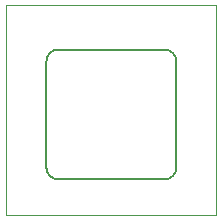
<source format=gko>
G04 Layer: BoardOutlineLayer*
G04 EasyEDA v6.5.39, 2024-01-11 07:40:14*
G04 56a5bf8895e448bf97b96a429064971d,24315905b9734375b2ccc5c6aeea7757,10*
G04 Gerber Generator version 0.2*
G04 Scale: 100 percent, Rotated: No, Reflected: No *
G04 Dimensions in inches *
G04 leading zeros omitted , absolute positions ,3 integer and 6 decimal *
%FSLAX36Y36*%
%MOIN*%

%ADD10C,0.0020*%
%ADD11C,0.0050*%
D10*
X700000Y700000D02*
G01*
X700000Y0D01*
X0Y0D01*
X0Y700000D01*
X700000Y700000D01*
D11*
X136071Y159238D02*
G01*
X136071Y513564D01*
X529769Y119868D02*
G01*
X175441Y119868D01*
X569140Y513564D02*
G01*
X569140Y159238D01*
X175441Y552937D02*
G01*
X529769Y552937D01*
G75*
G01*
X136072Y513566D02*
G02*
X175462Y552906I38928J413D01*
G75*
G01*
X529772Y552936D02*
G02*
X569162Y513606I35J-39355D01*
G75*
G01*
X569142Y159236D02*
G02*
X529762Y119906I-39451J121D01*
G75*
G01*
X136072Y159236D02*
G03*
X175462Y119906I40277J948D01*

%LPD*%
M02*

</source>
